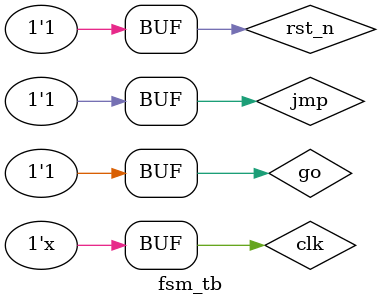
<source format=v>
module fsmg4(go,jmp,Y, clk, rst_n);

output Y;
input go, jmp, clk, rst_n;
reg Y;

parameter [3:0] S0 = 4'b0000,
S1 = 4'b0001,
S2 = 4'b0010,
S3 = 4'b0011,
S4 = 4'b0100,
S5 = 4'b0101,
S6 = 4'b0110,
S7 = 4'b0111,
S8 = 4'b1000,
S9 = 4'b1001;
reg [3:0] state, next;

always @(posedge clk or negedge rst_n)
if (!rst_n) state <= S0;
else state <= next;	
	
always @(go or jmp or state ) 
begin
next = 4'bx;
Y = 1'b0;
case (state)
S0 : 
if (go & !jmp)
	begin
		next = S1;
		Y = 0;
	end	
else if (go & jmp) 
	begin
		next = S3;
		Y = 1;
	end
else if (!go) 
	begin
		next = S0;
		Y = 0;
	end
S1 : 
if (!jmp)
	begin
		next = S2;
		Y = 0;
	end	
else if (jmp) 
	begin
		next = S3;
		Y = 1;
	end
S2 : 
if (jmp) 
	begin
		next = S3;
		Y = 1;
	end	
else
	next=state;
S3 : 
if (!jmp)
	begin
		next = S4;
		Y = 0;
	end	
else if (jmp) 
	begin
		next = S3;
		Y = 1;
	end
S4 : 
if (!jmp)
	begin
		next = S5;
		Y = 0;
	end	
else if (jmp) 
	begin
		next = S3;
		Y = 1;
	end
S5 : 
if (!jmp)
	begin
		next = S6;
		Y = 0;
	end	
else if (jmp) 
	begin
		next = S3;
		Y = 1;
	end
S6 : 
if (!jmp)
	begin
		next = S7;
		Y = 0;
	end	
else if (jmp) 
	begin
		next = S3;
		Y = 1;
	end
S7 : 
if (!jmp)
	begin
		next = S8;
		Y = 0;
	end	
else if (jmp) 
	begin
		next = S3;
		Y = 1;
	end
S8 : 
if (!jmp)
	begin
		next = S9;
		Y = 1;
	end	
else if (jmp) 
	begin
		next = S3;
		Y = 1;
	end
S9 : 
if (!jmp)
	begin
		next = S0;
		Y = 0;
	end	
else if (jmp) 
	begin
		next = S3;
		Y = 1;
	end
endcase
end
endmodule

module fsm_tb ();

reg go, jmp, rst_n, clk;
wire y;

initial	
	begin 	   
		$monitor("state = %b  , go = %b, jmp = %b, next= %b , y = %b",g4.state , go, jmp, g4.next, y);
		clk=0;
		go=0;
		jmp=0;
		rst_n = 1;
		#3
		rst_n = 0;
		#12
		rst_n=1;
		go=1;
		#12	
		jmp=1;
		
	end		
	
always 
	begin
		#5
		clk = ~clk;
	end
fsmg4 g4(go,jmp,y, clk, rst_n);	
	
endmodule

</source>
